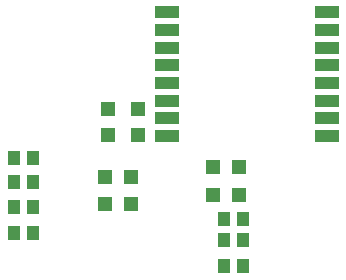
<source format=gbp>
G04 Layer_Color=128*
%FSLAX43Y43*%
%MOMM*%
G71*
G01*
G75*
%ADD12R,1.000X1.300*%
%ADD16R,1.250X1.300*%
%ADD27R,2.000X1.000*%
%ADD28R,1.300X1.250*%
D12*
X5245Y4953D02*
D03*
X3645D02*
D03*
X3645Y7112D02*
D03*
X5245D02*
D03*
X5245Y9271D02*
D03*
X3645D02*
D03*
X5245Y11303D02*
D03*
X3645D02*
D03*
X23025Y4318D02*
D03*
X21425D02*
D03*
X23025Y6096D02*
D03*
X21425D02*
D03*
Y2159D02*
D03*
X23025D02*
D03*
D16*
X11346Y7366D02*
D03*
X13546D02*
D03*
Y9652D02*
D03*
X11346D02*
D03*
X22690Y10541D02*
D03*
X20490D02*
D03*
X22690Y8128D02*
D03*
X20490D02*
D03*
D27*
X30099Y23622D02*
D03*
Y22122D02*
D03*
Y20622D02*
D03*
Y19122D02*
D03*
Y17622D02*
D03*
Y16122D02*
D03*
Y14622D02*
D03*
Y13122D02*
D03*
X16599D02*
D03*
Y14622D02*
D03*
Y16122D02*
D03*
Y17622D02*
D03*
Y19122D02*
D03*
Y20622D02*
D03*
Y22122D02*
D03*
Y23622D02*
D03*
D28*
X14097Y15451D02*
D03*
Y13251D02*
D03*
X11557Y15451D02*
D03*
Y13251D02*
D03*
M02*

</source>
